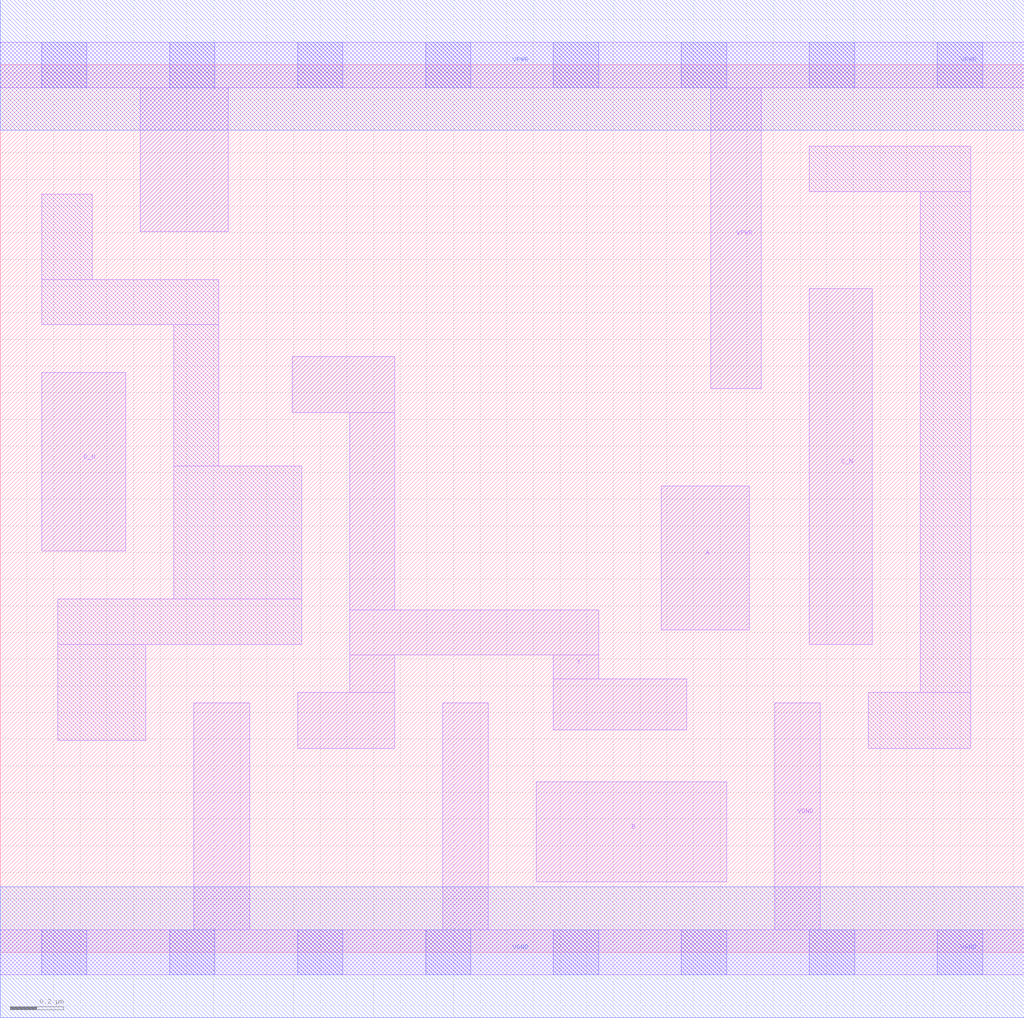
<source format=lef>
# Copyright 2020 The SkyWater PDK Authors
#
# Licensed under the Apache License, Version 2.0 (the "License");
# you may not use this file except in compliance with the License.
# You may obtain a copy of the License at
#
#     https://www.apache.org/licenses/LICENSE-2.0
#
# Unless required by applicable law or agreed to in writing, software
# distributed under the License is distributed on an "AS IS" BASIS,
# WITHOUT WARRANTIES OR CONDITIONS OF ANY KIND, either express or implied.
# See the License for the specific language governing permissions and
# limitations under the License.
#
# SPDX-License-Identifier: Apache-2.0

VERSION 5.7 ;
  NAMESCASESENSITIVE ON ;
  NOWIREEXTENSIONATPIN ON ;
  DIVIDERCHAR "/" ;
  BUSBITCHARS "[]" ;
UNITS
  DATABASE MICRONS 200 ;
END UNITS
MACRO sky130_fd_sc_lp__nor4bb_m
  CLASS CORE ;
  SOURCE USER ;
  FOREIGN sky130_fd_sc_lp__nor4bb_m ;
  ORIGIN  0.000000  0.000000 ;
  SIZE  3.840000 BY  3.330000 ;
  SYMMETRY X Y R90 ;
  SITE unit ;
  PIN A
    ANTENNAGATEAREA  0.126000 ;
    DIRECTION INPUT ;
    USE SIGNAL ;
    PORT
      LAYER li1 ;
        RECT 2.480000 1.210000 2.810000 1.750000 ;
    END
  END A
  PIN B
    ANTENNAGATEAREA  0.126000 ;
    DIRECTION INPUT ;
    USE SIGNAL ;
    PORT
      LAYER li1 ;
        RECT 2.010000 0.265000 2.725000 0.640000 ;
    END
  END B
  PIN C_N
    ANTENNAGATEAREA  0.126000 ;
    DIRECTION INPUT ;
    USE SIGNAL ;
    PORT
      LAYER li1 ;
        RECT 3.035000 1.155000 3.270000 2.490000 ;
    END
  END C_N
  PIN D_N
    ANTENNAGATEAREA  0.126000 ;
    DIRECTION INPUT ;
    USE SIGNAL ;
    PORT
      LAYER li1 ;
        RECT 0.155000 1.505000 0.470000 2.175000 ;
    END
  END D_N
  PIN Y
    ANTENNADIFFAREA  0.346500 ;
    DIRECTION OUTPUT ;
    USE SIGNAL ;
    PORT
      LAYER li1 ;
        RECT 1.095000 2.025000 1.480000 2.235000 ;
        RECT 1.115000 0.765000 1.480000 0.975000 ;
        RECT 1.310000 0.975000 1.480000 1.115000 ;
        RECT 1.310000 1.115000 2.245000 1.285000 ;
        RECT 1.310000 1.285000 1.480000 2.025000 ;
        RECT 2.075000 0.835000 2.575000 1.025000 ;
        RECT 2.075000 1.025000 2.245000 1.115000 ;
    END
  END Y
  PIN VGND
    DIRECTION INOUT ;
    USE GROUND ;
    PORT
      LAYER li1 ;
        RECT 0.000000 -0.085000 3.840000 0.085000 ;
        RECT 0.725000  0.085000 0.935000 0.935000 ;
        RECT 1.660000  0.085000 1.830000 0.935000 ;
        RECT 2.905000  0.085000 3.075000 0.935000 ;
      LAYER mcon ;
        RECT 0.155000 -0.085000 0.325000 0.085000 ;
        RECT 0.635000 -0.085000 0.805000 0.085000 ;
        RECT 1.115000 -0.085000 1.285000 0.085000 ;
        RECT 1.595000 -0.085000 1.765000 0.085000 ;
        RECT 2.075000 -0.085000 2.245000 0.085000 ;
        RECT 2.555000 -0.085000 2.725000 0.085000 ;
        RECT 3.035000 -0.085000 3.205000 0.085000 ;
        RECT 3.515000 -0.085000 3.685000 0.085000 ;
      LAYER met1 ;
        RECT 0.000000 -0.245000 3.840000 0.245000 ;
    END
  END VGND
  PIN VPWR
    DIRECTION INOUT ;
    USE POWER ;
    PORT
      LAYER li1 ;
        RECT 0.000000 3.245000 3.840000 3.415000 ;
        RECT 0.525000 2.705000 0.855000 3.245000 ;
        RECT 2.665000 2.115000 2.855000 3.245000 ;
      LAYER mcon ;
        RECT 0.155000 3.245000 0.325000 3.415000 ;
        RECT 0.635000 3.245000 0.805000 3.415000 ;
        RECT 1.115000 3.245000 1.285000 3.415000 ;
        RECT 1.595000 3.245000 1.765000 3.415000 ;
        RECT 2.075000 3.245000 2.245000 3.415000 ;
        RECT 2.555000 3.245000 2.725000 3.415000 ;
        RECT 3.035000 3.245000 3.205000 3.415000 ;
        RECT 3.515000 3.245000 3.685000 3.415000 ;
      LAYER met1 ;
        RECT 0.000000 3.085000 3.840000 3.575000 ;
    END
  END VPWR
  OBS
    LAYER li1 ;
      RECT 0.155000 2.355000 0.820000 2.525000 ;
      RECT 0.155000 2.525000 0.345000 2.845000 ;
      RECT 0.215000 0.795000 0.545000 1.155000 ;
      RECT 0.215000 1.155000 1.130000 1.325000 ;
      RECT 0.650000 1.325000 1.130000 1.825000 ;
      RECT 0.650000 1.825000 0.820000 2.355000 ;
      RECT 3.035000 2.855000 3.640000 3.025000 ;
      RECT 3.255000 0.765000 3.640000 0.975000 ;
      RECT 3.450000 0.975000 3.640000 2.855000 ;
  END
END sky130_fd_sc_lp__nor4bb_m

</source>
